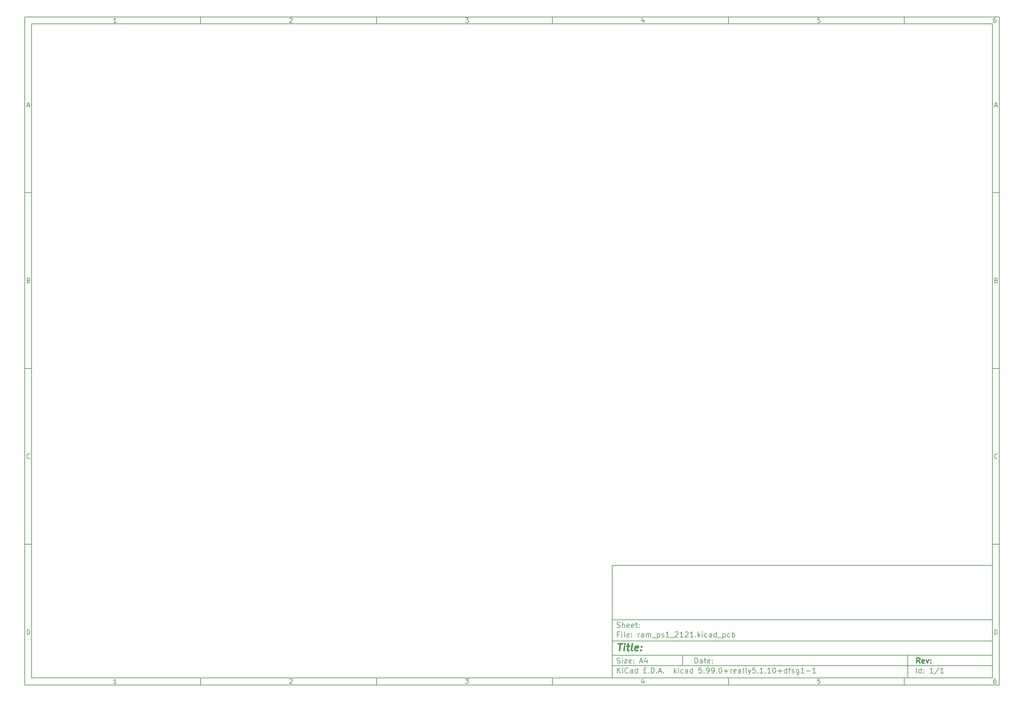
<source format=gbr>
%TF.GenerationSoftware,KiCad,Pcbnew,5.99.0+really5.1.10+dfsg1-1*%
%TF.CreationDate,2022-01-09T16:24:14+01:00*%
%TF.ProjectId,ram_ps1_2121,72616d5f-7073-4315-9f32-3132312e6b69,rev?*%
%TF.SameCoordinates,Original*%
%TF.FileFunction,Other,Comment*%
%FSLAX46Y46*%
G04 Gerber Fmt 4.6, Leading zero omitted, Abs format (unit mm)*
G04 Created by KiCad (PCBNEW 5.99.0+really5.1.10+dfsg1-1) date 2022-01-09 16:24:14*
%MOMM*%
%LPD*%
G01*
G04 APERTURE LIST*
%ADD10C,0.100000*%
%ADD11C,0.150000*%
%ADD12C,0.300000*%
%ADD13C,0.400000*%
G04 APERTURE END LIST*
D10*
D11*
X177002200Y-166007200D02*
X177002200Y-198007200D01*
X285002200Y-198007200D01*
X285002200Y-166007200D01*
X177002200Y-166007200D01*
D10*
D11*
X10000000Y-10000000D02*
X10000000Y-200007200D01*
X287002200Y-200007200D01*
X287002200Y-10000000D01*
X10000000Y-10000000D01*
D10*
D11*
X12000000Y-12000000D02*
X12000000Y-198007200D01*
X285002200Y-198007200D01*
X285002200Y-12000000D01*
X12000000Y-12000000D01*
D10*
D11*
X60000000Y-12000000D02*
X60000000Y-10000000D01*
D10*
D11*
X110000000Y-12000000D02*
X110000000Y-10000000D01*
D10*
D11*
X160000000Y-12000000D02*
X160000000Y-10000000D01*
D10*
D11*
X210000000Y-12000000D02*
X210000000Y-10000000D01*
D10*
D11*
X260000000Y-12000000D02*
X260000000Y-10000000D01*
D10*
D11*
X36065476Y-11588095D02*
X35322619Y-11588095D01*
X35694047Y-11588095D02*
X35694047Y-10288095D01*
X35570238Y-10473809D01*
X35446428Y-10597619D01*
X35322619Y-10659523D01*
D10*
D11*
X85322619Y-10411904D02*
X85384523Y-10350000D01*
X85508333Y-10288095D01*
X85817857Y-10288095D01*
X85941666Y-10350000D01*
X86003571Y-10411904D01*
X86065476Y-10535714D01*
X86065476Y-10659523D01*
X86003571Y-10845238D01*
X85260714Y-11588095D01*
X86065476Y-11588095D01*
D10*
D11*
X135260714Y-10288095D02*
X136065476Y-10288095D01*
X135632142Y-10783333D01*
X135817857Y-10783333D01*
X135941666Y-10845238D01*
X136003571Y-10907142D01*
X136065476Y-11030952D01*
X136065476Y-11340476D01*
X136003571Y-11464285D01*
X135941666Y-11526190D01*
X135817857Y-11588095D01*
X135446428Y-11588095D01*
X135322619Y-11526190D01*
X135260714Y-11464285D01*
D10*
D11*
X185941666Y-10721428D02*
X185941666Y-11588095D01*
X185632142Y-10226190D02*
X185322619Y-11154761D01*
X186127380Y-11154761D01*
D10*
D11*
X236003571Y-10288095D02*
X235384523Y-10288095D01*
X235322619Y-10907142D01*
X235384523Y-10845238D01*
X235508333Y-10783333D01*
X235817857Y-10783333D01*
X235941666Y-10845238D01*
X236003571Y-10907142D01*
X236065476Y-11030952D01*
X236065476Y-11340476D01*
X236003571Y-11464285D01*
X235941666Y-11526190D01*
X235817857Y-11588095D01*
X235508333Y-11588095D01*
X235384523Y-11526190D01*
X235322619Y-11464285D01*
D10*
D11*
X285941666Y-10288095D02*
X285694047Y-10288095D01*
X285570238Y-10350000D01*
X285508333Y-10411904D01*
X285384523Y-10597619D01*
X285322619Y-10845238D01*
X285322619Y-11340476D01*
X285384523Y-11464285D01*
X285446428Y-11526190D01*
X285570238Y-11588095D01*
X285817857Y-11588095D01*
X285941666Y-11526190D01*
X286003571Y-11464285D01*
X286065476Y-11340476D01*
X286065476Y-11030952D01*
X286003571Y-10907142D01*
X285941666Y-10845238D01*
X285817857Y-10783333D01*
X285570238Y-10783333D01*
X285446428Y-10845238D01*
X285384523Y-10907142D01*
X285322619Y-11030952D01*
D10*
D11*
X60000000Y-198007200D02*
X60000000Y-200007200D01*
D10*
D11*
X110000000Y-198007200D02*
X110000000Y-200007200D01*
D10*
D11*
X160000000Y-198007200D02*
X160000000Y-200007200D01*
D10*
D11*
X210000000Y-198007200D02*
X210000000Y-200007200D01*
D10*
D11*
X260000000Y-198007200D02*
X260000000Y-200007200D01*
D10*
D11*
X36065476Y-199595295D02*
X35322619Y-199595295D01*
X35694047Y-199595295D02*
X35694047Y-198295295D01*
X35570238Y-198481009D01*
X35446428Y-198604819D01*
X35322619Y-198666723D01*
D10*
D11*
X85322619Y-198419104D02*
X85384523Y-198357200D01*
X85508333Y-198295295D01*
X85817857Y-198295295D01*
X85941666Y-198357200D01*
X86003571Y-198419104D01*
X86065476Y-198542914D01*
X86065476Y-198666723D01*
X86003571Y-198852438D01*
X85260714Y-199595295D01*
X86065476Y-199595295D01*
D10*
D11*
X135260714Y-198295295D02*
X136065476Y-198295295D01*
X135632142Y-198790533D01*
X135817857Y-198790533D01*
X135941666Y-198852438D01*
X136003571Y-198914342D01*
X136065476Y-199038152D01*
X136065476Y-199347676D01*
X136003571Y-199471485D01*
X135941666Y-199533390D01*
X135817857Y-199595295D01*
X135446428Y-199595295D01*
X135322619Y-199533390D01*
X135260714Y-199471485D01*
D10*
D11*
X185941666Y-198728628D02*
X185941666Y-199595295D01*
X185632142Y-198233390D02*
X185322619Y-199161961D01*
X186127380Y-199161961D01*
D10*
D11*
X236003571Y-198295295D02*
X235384523Y-198295295D01*
X235322619Y-198914342D01*
X235384523Y-198852438D01*
X235508333Y-198790533D01*
X235817857Y-198790533D01*
X235941666Y-198852438D01*
X236003571Y-198914342D01*
X236065476Y-199038152D01*
X236065476Y-199347676D01*
X236003571Y-199471485D01*
X235941666Y-199533390D01*
X235817857Y-199595295D01*
X235508333Y-199595295D01*
X235384523Y-199533390D01*
X235322619Y-199471485D01*
D10*
D11*
X285941666Y-198295295D02*
X285694047Y-198295295D01*
X285570238Y-198357200D01*
X285508333Y-198419104D01*
X285384523Y-198604819D01*
X285322619Y-198852438D01*
X285322619Y-199347676D01*
X285384523Y-199471485D01*
X285446428Y-199533390D01*
X285570238Y-199595295D01*
X285817857Y-199595295D01*
X285941666Y-199533390D01*
X286003571Y-199471485D01*
X286065476Y-199347676D01*
X286065476Y-199038152D01*
X286003571Y-198914342D01*
X285941666Y-198852438D01*
X285817857Y-198790533D01*
X285570238Y-198790533D01*
X285446428Y-198852438D01*
X285384523Y-198914342D01*
X285322619Y-199038152D01*
D10*
D11*
X10000000Y-60000000D02*
X12000000Y-60000000D01*
D10*
D11*
X10000000Y-110000000D02*
X12000000Y-110000000D01*
D10*
D11*
X10000000Y-160000000D02*
X12000000Y-160000000D01*
D10*
D11*
X10690476Y-35216666D02*
X11309523Y-35216666D01*
X10566666Y-35588095D02*
X11000000Y-34288095D01*
X11433333Y-35588095D01*
D10*
D11*
X11092857Y-84907142D02*
X11278571Y-84969047D01*
X11340476Y-85030952D01*
X11402380Y-85154761D01*
X11402380Y-85340476D01*
X11340476Y-85464285D01*
X11278571Y-85526190D01*
X11154761Y-85588095D01*
X10659523Y-85588095D01*
X10659523Y-84288095D01*
X11092857Y-84288095D01*
X11216666Y-84350000D01*
X11278571Y-84411904D01*
X11340476Y-84535714D01*
X11340476Y-84659523D01*
X11278571Y-84783333D01*
X11216666Y-84845238D01*
X11092857Y-84907142D01*
X10659523Y-84907142D01*
D10*
D11*
X11402380Y-135464285D02*
X11340476Y-135526190D01*
X11154761Y-135588095D01*
X11030952Y-135588095D01*
X10845238Y-135526190D01*
X10721428Y-135402380D01*
X10659523Y-135278571D01*
X10597619Y-135030952D01*
X10597619Y-134845238D01*
X10659523Y-134597619D01*
X10721428Y-134473809D01*
X10845238Y-134350000D01*
X11030952Y-134288095D01*
X11154761Y-134288095D01*
X11340476Y-134350000D01*
X11402380Y-134411904D01*
D10*
D11*
X10659523Y-185588095D02*
X10659523Y-184288095D01*
X10969047Y-184288095D01*
X11154761Y-184350000D01*
X11278571Y-184473809D01*
X11340476Y-184597619D01*
X11402380Y-184845238D01*
X11402380Y-185030952D01*
X11340476Y-185278571D01*
X11278571Y-185402380D01*
X11154761Y-185526190D01*
X10969047Y-185588095D01*
X10659523Y-185588095D01*
D10*
D11*
X287002200Y-60000000D02*
X285002200Y-60000000D01*
D10*
D11*
X287002200Y-110000000D02*
X285002200Y-110000000D01*
D10*
D11*
X287002200Y-160000000D02*
X285002200Y-160000000D01*
D10*
D11*
X285692676Y-35216666D02*
X286311723Y-35216666D01*
X285568866Y-35588095D02*
X286002200Y-34288095D01*
X286435533Y-35588095D01*
D10*
D11*
X286095057Y-84907142D02*
X286280771Y-84969047D01*
X286342676Y-85030952D01*
X286404580Y-85154761D01*
X286404580Y-85340476D01*
X286342676Y-85464285D01*
X286280771Y-85526190D01*
X286156961Y-85588095D01*
X285661723Y-85588095D01*
X285661723Y-84288095D01*
X286095057Y-84288095D01*
X286218866Y-84350000D01*
X286280771Y-84411904D01*
X286342676Y-84535714D01*
X286342676Y-84659523D01*
X286280771Y-84783333D01*
X286218866Y-84845238D01*
X286095057Y-84907142D01*
X285661723Y-84907142D01*
D10*
D11*
X286404580Y-135464285D02*
X286342676Y-135526190D01*
X286156961Y-135588095D01*
X286033152Y-135588095D01*
X285847438Y-135526190D01*
X285723628Y-135402380D01*
X285661723Y-135278571D01*
X285599819Y-135030952D01*
X285599819Y-134845238D01*
X285661723Y-134597619D01*
X285723628Y-134473809D01*
X285847438Y-134350000D01*
X286033152Y-134288095D01*
X286156961Y-134288095D01*
X286342676Y-134350000D01*
X286404580Y-134411904D01*
D10*
D11*
X285661723Y-185588095D02*
X285661723Y-184288095D01*
X285971247Y-184288095D01*
X286156961Y-184350000D01*
X286280771Y-184473809D01*
X286342676Y-184597619D01*
X286404580Y-184845238D01*
X286404580Y-185030952D01*
X286342676Y-185278571D01*
X286280771Y-185402380D01*
X286156961Y-185526190D01*
X285971247Y-185588095D01*
X285661723Y-185588095D01*
D10*
D11*
X200434342Y-193785771D02*
X200434342Y-192285771D01*
X200791485Y-192285771D01*
X201005771Y-192357200D01*
X201148628Y-192500057D01*
X201220057Y-192642914D01*
X201291485Y-192928628D01*
X201291485Y-193142914D01*
X201220057Y-193428628D01*
X201148628Y-193571485D01*
X201005771Y-193714342D01*
X200791485Y-193785771D01*
X200434342Y-193785771D01*
X202577200Y-193785771D02*
X202577200Y-193000057D01*
X202505771Y-192857200D01*
X202362914Y-192785771D01*
X202077200Y-192785771D01*
X201934342Y-192857200D01*
X202577200Y-193714342D02*
X202434342Y-193785771D01*
X202077200Y-193785771D01*
X201934342Y-193714342D01*
X201862914Y-193571485D01*
X201862914Y-193428628D01*
X201934342Y-193285771D01*
X202077200Y-193214342D01*
X202434342Y-193214342D01*
X202577200Y-193142914D01*
X203077200Y-192785771D02*
X203648628Y-192785771D01*
X203291485Y-192285771D02*
X203291485Y-193571485D01*
X203362914Y-193714342D01*
X203505771Y-193785771D01*
X203648628Y-193785771D01*
X204720057Y-193714342D02*
X204577200Y-193785771D01*
X204291485Y-193785771D01*
X204148628Y-193714342D01*
X204077200Y-193571485D01*
X204077200Y-193000057D01*
X204148628Y-192857200D01*
X204291485Y-192785771D01*
X204577200Y-192785771D01*
X204720057Y-192857200D01*
X204791485Y-193000057D01*
X204791485Y-193142914D01*
X204077200Y-193285771D01*
X205434342Y-193642914D02*
X205505771Y-193714342D01*
X205434342Y-193785771D01*
X205362914Y-193714342D01*
X205434342Y-193642914D01*
X205434342Y-193785771D01*
X205434342Y-192857200D02*
X205505771Y-192928628D01*
X205434342Y-193000057D01*
X205362914Y-192928628D01*
X205434342Y-192857200D01*
X205434342Y-193000057D01*
D10*
D11*
X177002200Y-194507200D02*
X285002200Y-194507200D01*
D10*
D11*
X178434342Y-196585771D02*
X178434342Y-195085771D01*
X179291485Y-196585771D02*
X178648628Y-195728628D01*
X179291485Y-195085771D02*
X178434342Y-195942914D01*
X179934342Y-196585771D02*
X179934342Y-195585771D01*
X179934342Y-195085771D02*
X179862914Y-195157200D01*
X179934342Y-195228628D01*
X180005771Y-195157200D01*
X179934342Y-195085771D01*
X179934342Y-195228628D01*
X181505771Y-196442914D02*
X181434342Y-196514342D01*
X181220057Y-196585771D01*
X181077200Y-196585771D01*
X180862914Y-196514342D01*
X180720057Y-196371485D01*
X180648628Y-196228628D01*
X180577200Y-195942914D01*
X180577200Y-195728628D01*
X180648628Y-195442914D01*
X180720057Y-195300057D01*
X180862914Y-195157200D01*
X181077200Y-195085771D01*
X181220057Y-195085771D01*
X181434342Y-195157200D01*
X181505771Y-195228628D01*
X182791485Y-196585771D02*
X182791485Y-195800057D01*
X182720057Y-195657200D01*
X182577200Y-195585771D01*
X182291485Y-195585771D01*
X182148628Y-195657200D01*
X182791485Y-196514342D02*
X182648628Y-196585771D01*
X182291485Y-196585771D01*
X182148628Y-196514342D01*
X182077200Y-196371485D01*
X182077200Y-196228628D01*
X182148628Y-196085771D01*
X182291485Y-196014342D01*
X182648628Y-196014342D01*
X182791485Y-195942914D01*
X184148628Y-196585771D02*
X184148628Y-195085771D01*
X184148628Y-196514342D02*
X184005771Y-196585771D01*
X183720057Y-196585771D01*
X183577200Y-196514342D01*
X183505771Y-196442914D01*
X183434342Y-196300057D01*
X183434342Y-195871485D01*
X183505771Y-195728628D01*
X183577200Y-195657200D01*
X183720057Y-195585771D01*
X184005771Y-195585771D01*
X184148628Y-195657200D01*
X186005771Y-195800057D02*
X186505771Y-195800057D01*
X186720057Y-196585771D02*
X186005771Y-196585771D01*
X186005771Y-195085771D01*
X186720057Y-195085771D01*
X187362914Y-196442914D02*
X187434342Y-196514342D01*
X187362914Y-196585771D01*
X187291485Y-196514342D01*
X187362914Y-196442914D01*
X187362914Y-196585771D01*
X188077200Y-196585771D02*
X188077200Y-195085771D01*
X188434342Y-195085771D01*
X188648628Y-195157200D01*
X188791485Y-195300057D01*
X188862914Y-195442914D01*
X188934342Y-195728628D01*
X188934342Y-195942914D01*
X188862914Y-196228628D01*
X188791485Y-196371485D01*
X188648628Y-196514342D01*
X188434342Y-196585771D01*
X188077200Y-196585771D01*
X189577200Y-196442914D02*
X189648628Y-196514342D01*
X189577200Y-196585771D01*
X189505771Y-196514342D01*
X189577200Y-196442914D01*
X189577200Y-196585771D01*
X190220057Y-196157200D02*
X190934342Y-196157200D01*
X190077200Y-196585771D02*
X190577200Y-195085771D01*
X191077200Y-196585771D01*
X191577200Y-196442914D02*
X191648628Y-196514342D01*
X191577200Y-196585771D01*
X191505771Y-196514342D01*
X191577200Y-196442914D01*
X191577200Y-196585771D01*
X194577200Y-196585771D02*
X194577200Y-195085771D01*
X194720057Y-196014342D02*
X195148628Y-196585771D01*
X195148628Y-195585771D02*
X194577200Y-196157200D01*
X195791485Y-196585771D02*
X195791485Y-195585771D01*
X195791485Y-195085771D02*
X195720057Y-195157200D01*
X195791485Y-195228628D01*
X195862914Y-195157200D01*
X195791485Y-195085771D01*
X195791485Y-195228628D01*
X197148628Y-196514342D02*
X197005771Y-196585771D01*
X196720057Y-196585771D01*
X196577200Y-196514342D01*
X196505771Y-196442914D01*
X196434342Y-196300057D01*
X196434342Y-195871485D01*
X196505771Y-195728628D01*
X196577200Y-195657200D01*
X196720057Y-195585771D01*
X197005771Y-195585771D01*
X197148628Y-195657200D01*
X198434342Y-196585771D02*
X198434342Y-195800057D01*
X198362914Y-195657200D01*
X198220057Y-195585771D01*
X197934342Y-195585771D01*
X197791485Y-195657200D01*
X198434342Y-196514342D02*
X198291485Y-196585771D01*
X197934342Y-196585771D01*
X197791485Y-196514342D01*
X197720057Y-196371485D01*
X197720057Y-196228628D01*
X197791485Y-196085771D01*
X197934342Y-196014342D01*
X198291485Y-196014342D01*
X198434342Y-195942914D01*
X199791485Y-196585771D02*
X199791485Y-195085771D01*
X199791485Y-196514342D02*
X199648628Y-196585771D01*
X199362914Y-196585771D01*
X199220057Y-196514342D01*
X199148628Y-196442914D01*
X199077200Y-196300057D01*
X199077200Y-195871485D01*
X199148628Y-195728628D01*
X199220057Y-195657200D01*
X199362914Y-195585771D01*
X199648628Y-195585771D01*
X199791485Y-195657200D01*
X202362914Y-195085771D02*
X201648628Y-195085771D01*
X201577200Y-195800057D01*
X201648628Y-195728628D01*
X201791485Y-195657200D01*
X202148628Y-195657200D01*
X202291485Y-195728628D01*
X202362914Y-195800057D01*
X202434342Y-195942914D01*
X202434342Y-196300057D01*
X202362914Y-196442914D01*
X202291485Y-196514342D01*
X202148628Y-196585771D01*
X201791485Y-196585771D01*
X201648628Y-196514342D01*
X201577200Y-196442914D01*
X203077200Y-196442914D02*
X203148628Y-196514342D01*
X203077200Y-196585771D01*
X203005771Y-196514342D01*
X203077200Y-196442914D01*
X203077200Y-196585771D01*
X203862914Y-196585771D02*
X204148628Y-196585771D01*
X204291485Y-196514342D01*
X204362914Y-196442914D01*
X204505771Y-196228628D01*
X204577200Y-195942914D01*
X204577200Y-195371485D01*
X204505771Y-195228628D01*
X204434342Y-195157200D01*
X204291485Y-195085771D01*
X204005771Y-195085771D01*
X203862914Y-195157200D01*
X203791485Y-195228628D01*
X203720057Y-195371485D01*
X203720057Y-195728628D01*
X203791485Y-195871485D01*
X203862914Y-195942914D01*
X204005771Y-196014342D01*
X204291485Y-196014342D01*
X204434342Y-195942914D01*
X204505771Y-195871485D01*
X204577200Y-195728628D01*
X205291485Y-196585771D02*
X205577200Y-196585771D01*
X205720057Y-196514342D01*
X205791485Y-196442914D01*
X205934342Y-196228628D01*
X206005771Y-195942914D01*
X206005771Y-195371485D01*
X205934342Y-195228628D01*
X205862914Y-195157200D01*
X205720057Y-195085771D01*
X205434342Y-195085771D01*
X205291485Y-195157200D01*
X205220057Y-195228628D01*
X205148628Y-195371485D01*
X205148628Y-195728628D01*
X205220057Y-195871485D01*
X205291485Y-195942914D01*
X205434342Y-196014342D01*
X205720057Y-196014342D01*
X205862914Y-195942914D01*
X205934342Y-195871485D01*
X206005771Y-195728628D01*
X206648628Y-196442914D02*
X206720057Y-196514342D01*
X206648628Y-196585771D01*
X206577200Y-196514342D01*
X206648628Y-196442914D01*
X206648628Y-196585771D01*
X207648628Y-195085771D02*
X207791485Y-195085771D01*
X207934342Y-195157200D01*
X208005771Y-195228628D01*
X208077200Y-195371485D01*
X208148628Y-195657200D01*
X208148628Y-196014342D01*
X208077200Y-196300057D01*
X208005771Y-196442914D01*
X207934342Y-196514342D01*
X207791485Y-196585771D01*
X207648628Y-196585771D01*
X207505771Y-196514342D01*
X207434342Y-196442914D01*
X207362914Y-196300057D01*
X207291485Y-196014342D01*
X207291485Y-195657200D01*
X207362914Y-195371485D01*
X207434342Y-195228628D01*
X207505771Y-195157200D01*
X207648628Y-195085771D01*
X208791485Y-196014342D02*
X209934342Y-196014342D01*
X209362914Y-196585771D02*
X209362914Y-195442914D01*
X210648628Y-196585771D02*
X210648628Y-195585771D01*
X210648628Y-195871485D02*
X210720057Y-195728628D01*
X210791485Y-195657200D01*
X210934342Y-195585771D01*
X211077200Y-195585771D01*
X212148628Y-196514342D02*
X212005771Y-196585771D01*
X211720057Y-196585771D01*
X211577200Y-196514342D01*
X211505771Y-196371485D01*
X211505771Y-195800057D01*
X211577200Y-195657200D01*
X211720057Y-195585771D01*
X212005771Y-195585771D01*
X212148628Y-195657200D01*
X212220057Y-195800057D01*
X212220057Y-195942914D01*
X211505771Y-196085771D01*
X213505771Y-196585771D02*
X213505771Y-195800057D01*
X213434342Y-195657200D01*
X213291485Y-195585771D01*
X213005771Y-195585771D01*
X212862914Y-195657200D01*
X213505771Y-196514342D02*
X213362914Y-196585771D01*
X213005771Y-196585771D01*
X212862914Y-196514342D01*
X212791485Y-196371485D01*
X212791485Y-196228628D01*
X212862914Y-196085771D01*
X213005771Y-196014342D01*
X213362914Y-196014342D01*
X213505771Y-195942914D01*
X214434342Y-196585771D02*
X214291485Y-196514342D01*
X214220057Y-196371485D01*
X214220057Y-195085771D01*
X215220057Y-196585771D02*
X215077200Y-196514342D01*
X215005771Y-196371485D01*
X215005771Y-195085771D01*
X215648628Y-195585771D02*
X216005771Y-196585771D01*
X216362914Y-195585771D02*
X216005771Y-196585771D01*
X215862914Y-196942914D01*
X215791485Y-197014342D01*
X215648628Y-197085771D01*
X217648628Y-195085771D02*
X216934342Y-195085771D01*
X216862914Y-195800057D01*
X216934342Y-195728628D01*
X217077200Y-195657200D01*
X217434342Y-195657200D01*
X217577200Y-195728628D01*
X217648628Y-195800057D01*
X217720057Y-195942914D01*
X217720057Y-196300057D01*
X217648628Y-196442914D01*
X217577200Y-196514342D01*
X217434342Y-196585771D01*
X217077200Y-196585771D01*
X216934342Y-196514342D01*
X216862914Y-196442914D01*
X218362914Y-196442914D02*
X218434342Y-196514342D01*
X218362914Y-196585771D01*
X218291485Y-196514342D01*
X218362914Y-196442914D01*
X218362914Y-196585771D01*
X219862914Y-196585771D02*
X219005771Y-196585771D01*
X219434342Y-196585771D02*
X219434342Y-195085771D01*
X219291485Y-195300057D01*
X219148628Y-195442914D01*
X219005771Y-195514342D01*
X220505771Y-196442914D02*
X220577200Y-196514342D01*
X220505771Y-196585771D01*
X220434342Y-196514342D01*
X220505771Y-196442914D01*
X220505771Y-196585771D01*
X222005771Y-196585771D02*
X221148628Y-196585771D01*
X221577200Y-196585771D02*
X221577200Y-195085771D01*
X221434342Y-195300057D01*
X221291485Y-195442914D01*
X221148628Y-195514342D01*
X222934342Y-195085771D02*
X223077200Y-195085771D01*
X223220057Y-195157200D01*
X223291485Y-195228628D01*
X223362914Y-195371485D01*
X223434342Y-195657200D01*
X223434342Y-196014342D01*
X223362914Y-196300057D01*
X223291485Y-196442914D01*
X223220057Y-196514342D01*
X223077200Y-196585771D01*
X222934342Y-196585771D01*
X222791485Y-196514342D01*
X222720057Y-196442914D01*
X222648628Y-196300057D01*
X222577200Y-196014342D01*
X222577200Y-195657200D01*
X222648628Y-195371485D01*
X222720057Y-195228628D01*
X222791485Y-195157200D01*
X222934342Y-195085771D01*
X224077200Y-196014342D02*
X225220057Y-196014342D01*
X224648628Y-196585771D02*
X224648628Y-195442914D01*
X226577200Y-196585771D02*
X226577200Y-195085771D01*
X226577200Y-196514342D02*
X226434342Y-196585771D01*
X226148628Y-196585771D01*
X226005771Y-196514342D01*
X225934342Y-196442914D01*
X225862914Y-196300057D01*
X225862914Y-195871485D01*
X225934342Y-195728628D01*
X226005771Y-195657200D01*
X226148628Y-195585771D01*
X226434342Y-195585771D01*
X226577200Y-195657200D01*
X227077200Y-195585771D02*
X227648628Y-195585771D01*
X227291485Y-196585771D02*
X227291485Y-195300057D01*
X227362914Y-195157200D01*
X227505771Y-195085771D01*
X227648628Y-195085771D01*
X228077200Y-196514342D02*
X228220057Y-196585771D01*
X228505771Y-196585771D01*
X228648628Y-196514342D01*
X228720057Y-196371485D01*
X228720057Y-196300057D01*
X228648628Y-196157200D01*
X228505771Y-196085771D01*
X228291485Y-196085771D01*
X228148628Y-196014342D01*
X228077200Y-195871485D01*
X228077200Y-195800057D01*
X228148628Y-195657200D01*
X228291485Y-195585771D01*
X228505771Y-195585771D01*
X228648628Y-195657200D01*
X230005771Y-195585771D02*
X230005771Y-196800057D01*
X229934342Y-196942914D01*
X229862914Y-197014342D01*
X229720057Y-197085771D01*
X229505771Y-197085771D01*
X229362914Y-197014342D01*
X230005771Y-196514342D02*
X229862914Y-196585771D01*
X229577200Y-196585771D01*
X229434342Y-196514342D01*
X229362914Y-196442914D01*
X229291485Y-196300057D01*
X229291485Y-195871485D01*
X229362914Y-195728628D01*
X229434342Y-195657200D01*
X229577200Y-195585771D01*
X229862914Y-195585771D01*
X230005771Y-195657200D01*
X231505771Y-196585771D02*
X230648628Y-196585771D01*
X231077200Y-196585771D02*
X231077200Y-195085771D01*
X230934342Y-195300057D01*
X230791485Y-195442914D01*
X230648628Y-195514342D01*
X232148628Y-196014342D02*
X233291485Y-196014342D01*
X234791485Y-196585771D02*
X233934342Y-196585771D01*
X234362914Y-196585771D02*
X234362914Y-195085771D01*
X234220057Y-195300057D01*
X234077200Y-195442914D01*
X233934342Y-195514342D01*
D10*
D11*
X177002200Y-191507200D02*
X285002200Y-191507200D01*
D10*
D12*
X264411485Y-193785771D02*
X263911485Y-193071485D01*
X263554342Y-193785771D02*
X263554342Y-192285771D01*
X264125771Y-192285771D01*
X264268628Y-192357200D01*
X264340057Y-192428628D01*
X264411485Y-192571485D01*
X264411485Y-192785771D01*
X264340057Y-192928628D01*
X264268628Y-193000057D01*
X264125771Y-193071485D01*
X263554342Y-193071485D01*
X265625771Y-193714342D02*
X265482914Y-193785771D01*
X265197200Y-193785771D01*
X265054342Y-193714342D01*
X264982914Y-193571485D01*
X264982914Y-193000057D01*
X265054342Y-192857200D01*
X265197200Y-192785771D01*
X265482914Y-192785771D01*
X265625771Y-192857200D01*
X265697200Y-193000057D01*
X265697200Y-193142914D01*
X264982914Y-193285771D01*
X266197200Y-192785771D02*
X266554342Y-193785771D01*
X266911485Y-192785771D01*
X267482914Y-193642914D02*
X267554342Y-193714342D01*
X267482914Y-193785771D01*
X267411485Y-193714342D01*
X267482914Y-193642914D01*
X267482914Y-193785771D01*
X267482914Y-192857200D02*
X267554342Y-192928628D01*
X267482914Y-193000057D01*
X267411485Y-192928628D01*
X267482914Y-192857200D01*
X267482914Y-193000057D01*
D10*
D11*
X178362914Y-193714342D02*
X178577200Y-193785771D01*
X178934342Y-193785771D01*
X179077200Y-193714342D01*
X179148628Y-193642914D01*
X179220057Y-193500057D01*
X179220057Y-193357200D01*
X179148628Y-193214342D01*
X179077200Y-193142914D01*
X178934342Y-193071485D01*
X178648628Y-193000057D01*
X178505771Y-192928628D01*
X178434342Y-192857200D01*
X178362914Y-192714342D01*
X178362914Y-192571485D01*
X178434342Y-192428628D01*
X178505771Y-192357200D01*
X178648628Y-192285771D01*
X179005771Y-192285771D01*
X179220057Y-192357200D01*
X179862914Y-193785771D02*
X179862914Y-192785771D01*
X179862914Y-192285771D02*
X179791485Y-192357200D01*
X179862914Y-192428628D01*
X179934342Y-192357200D01*
X179862914Y-192285771D01*
X179862914Y-192428628D01*
X180434342Y-192785771D02*
X181220057Y-192785771D01*
X180434342Y-193785771D01*
X181220057Y-193785771D01*
X182362914Y-193714342D02*
X182220057Y-193785771D01*
X181934342Y-193785771D01*
X181791485Y-193714342D01*
X181720057Y-193571485D01*
X181720057Y-193000057D01*
X181791485Y-192857200D01*
X181934342Y-192785771D01*
X182220057Y-192785771D01*
X182362914Y-192857200D01*
X182434342Y-193000057D01*
X182434342Y-193142914D01*
X181720057Y-193285771D01*
X183077200Y-193642914D02*
X183148628Y-193714342D01*
X183077200Y-193785771D01*
X183005771Y-193714342D01*
X183077200Y-193642914D01*
X183077200Y-193785771D01*
X183077200Y-192857200D02*
X183148628Y-192928628D01*
X183077200Y-193000057D01*
X183005771Y-192928628D01*
X183077200Y-192857200D01*
X183077200Y-193000057D01*
X184862914Y-193357200D02*
X185577200Y-193357200D01*
X184720057Y-193785771D02*
X185220057Y-192285771D01*
X185720057Y-193785771D01*
X186862914Y-192785771D02*
X186862914Y-193785771D01*
X186505771Y-192214342D02*
X186148628Y-193285771D01*
X187077200Y-193285771D01*
D10*
D11*
X263434342Y-196585771D02*
X263434342Y-195085771D01*
X264791485Y-196585771D02*
X264791485Y-195085771D01*
X264791485Y-196514342D02*
X264648628Y-196585771D01*
X264362914Y-196585771D01*
X264220057Y-196514342D01*
X264148628Y-196442914D01*
X264077200Y-196300057D01*
X264077200Y-195871485D01*
X264148628Y-195728628D01*
X264220057Y-195657200D01*
X264362914Y-195585771D01*
X264648628Y-195585771D01*
X264791485Y-195657200D01*
X265505771Y-196442914D02*
X265577200Y-196514342D01*
X265505771Y-196585771D01*
X265434342Y-196514342D01*
X265505771Y-196442914D01*
X265505771Y-196585771D01*
X265505771Y-195657200D02*
X265577200Y-195728628D01*
X265505771Y-195800057D01*
X265434342Y-195728628D01*
X265505771Y-195657200D01*
X265505771Y-195800057D01*
X268148628Y-196585771D02*
X267291485Y-196585771D01*
X267720057Y-196585771D02*
X267720057Y-195085771D01*
X267577200Y-195300057D01*
X267434342Y-195442914D01*
X267291485Y-195514342D01*
X269862914Y-195014342D02*
X268577200Y-196942914D01*
X271148628Y-196585771D02*
X270291485Y-196585771D01*
X270720057Y-196585771D02*
X270720057Y-195085771D01*
X270577200Y-195300057D01*
X270434342Y-195442914D01*
X270291485Y-195514342D01*
D10*
D11*
X177002200Y-187507200D02*
X285002200Y-187507200D01*
D10*
D13*
X178714580Y-188211961D02*
X179857438Y-188211961D01*
X179036009Y-190211961D02*
X179286009Y-188211961D01*
X180274104Y-190211961D02*
X180440771Y-188878628D01*
X180524104Y-188211961D02*
X180416961Y-188307200D01*
X180500295Y-188402438D01*
X180607438Y-188307200D01*
X180524104Y-188211961D01*
X180500295Y-188402438D01*
X181107438Y-188878628D02*
X181869342Y-188878628D01*
X181476485Y-188211961D02*
X181262200Y-189926247D01*
X181333628Y-190116723D01*
X181512200Y-190211961D01*
X181702676Y-190211961D01*
X182655057Y-190211961D02*
X182476485Y-190116723D01*
X182405057Y-189926247D01*
X182619342Y-188211961D01*
X184190771Y-190116723D02*
X183988390Y-190211961D01*
X183607438Y-190211961D01*
X183428866Y-190116723D01*
X183357438Y-189926247D01*
X183452676Y-189164342D01*
X183571723Y-188973866D01*
X183774104Y-188878628D01*
X184155057Y-188878628D01*
X184333628Y-188973866D01*
X184405057Y-189164342D01*
X184381247Y-189354819D01*
X183405057Y-189545295D01*
X185155057Y-190021485D02*
X185238390Y-190116723D01*
X185131247Y-190211961D01*
X185047914Y-190116723D01*
X185155057Y-190021485D01*
X185131247Y-190211961D01*
X185286009Y-188973866D02*
X185369342Y-189069104D01*
X185262200Y-189164342D01*
X185178866Y-189069104D01*
X185286009Y-188973866D01*
X185262200Y-189164342D01*
D10*
D11*
X178934342Y-185600057D02*
X178434342Y-185600057D01*
X178434342Y-186385771D02*
X178434342Y-184885771D01*
X179148628Y-184885771D01*
X179720057Y-186385771D02*
X179720057Y-185385771D01*
X179720057Y-184885771D02*
X179648628Y-184957200D01*
X179720057Y-185028628D01*
X179791485Y-184957200D01*
X179720057Y-184885771D01*
X179720057Y-185028628D01*
X180648628Y-186385771D02*
X180505771Y-186314342D01*
X180434342Y-186171485D01*
X180434342Y-184885771D01*
X181791485Y-186314342D02*
X181648628Y-186385771D01*
X181362914Y-186385771D01*
X181220057Y-186314342D01*
X181148628Y-186171485D01*
X181148628Y-185600057D01*
X181220057Y-185457200D01*
X181362914Y-185385771D01*
X181648628Y-185385771D01*
X181791485Y-185457200D01*
X181862914Y-185600057D01*
X181862914Y-185742914D01*
X181148628Y-185885771D01*
X182505771Y-186242914D02*
X182577200Y-186314342D01*
X182505771Y-186385771D01*
X182434342Y-186314342D01*
X182505771Y-186242914D01*
X182505771Y-186385771D01*
X182505771Y-185457200D02*
X182577200Y-185528628D01*
X182505771Y-185600057D01*
X182434342Y-185528628D01*
X182505771Y-185457200D01*
X182505771Y-185600057D01*
X184362914Y-186385771D02*
X184362914Y-185385771D01*
X184362914Y-185671485D02*
X184434342Y-185528628D01*
X184505771Y-185457200D01*
X184648628Y-185385771D01*
X184791485Y-185385771D01*
X185934342Y-186385771D02*
X185934342Y-185600057D01*
X185862914Y-185457200D01*
X185720057Y-185385771D01*
X185434342Y-185385771D01*
X185291485Y-185457200D01*
X185934342Y-186314342D02*
X185791485Y-186385771D01*
X185434342Y-186385771D01*
X185291485Y-186314342D01*
X185220057Y-186171485D01*
X185220057Y-186028628D01*
X185291485Y-185885771D01*
X185434342Y-185814342D01*
X185791485Y-185814342D01*
X185934342Y-185742914D01*
X186648628Y-186385771D02*
X186648628Y-185385771D01*
X186648628Y-185528628D02*
X186720057Y-185457200D01*
X186862914Y-185385771D01*
X187077200Y-185385771D01*
X187220057Y-185457200D01*
X187291485Y-185600057D01*
X187291485Y-186385771D01*
X187291485Y-185600057D02*
X187362914Y-185457200D01*
X187505771Y-185385771D01*
X187720057Y-185385771D01*
X187862914Y-185457200D01*
X187934342Y-185600057D01*
X187934342Y-186385771D01*
X188291485Y-186528628D02*
X189434342Y-186528628D01*
X189791485Y-185385771D02*
X189791485Y-186885771D01*
X189791485Y-185457200D02*
X189934342Y-185385771D01*
X190220057Y-185385771D01*
X190362914Y-185457200D01*
X190434342Y-185528628D01*
X190505771Y-185671485D01*
X190505771Y-186100057D01*
X190434342Y-186242914D01*
X190362914Y-186314342D01*
X190220057Y-186385771D01*
X189934342Y-186385771D01*
X189791485Y-186314342D01*
X191077200Y-186314342D02*
X191220057Y-186385771D01*
X191505771Y-186385771D01*
X191648628Y-186314342D01*
X191720057Y-186171485D01*
X191720057Y-186100057D01*
X191648628Y-185957200D01*
X191505771Y-185885771D01*
X191291485Y-185885771D01*
X191148628Y-185814342D01*
X191077200Y-185671485D01*
X191077200Y-185600057D01*
X191148628Y-185457200D01*
X191291485Y-185385771D01*
X191505771Y-185385771D01*
X191648628Y-185457200D01*
X193148628Y-186385771D02*
X192291485Y-186385771D01*
X192720057Y-186385771D02*
X192720057Y-184885771D01*
X192577200Y-185100057D01*
X192434342Y-185242914D01*
X192291485Y-185314342D01*
X193434342Y-186528628D02*
X194577200Y-186528628D01*
X194862914Y-185028628D02*
X194934342Y-184957200D01*
X195077200Y-184885771D01*
X195434342Y-184885771D01*
X195577200Y-184957200D01*
X195648628Y-185028628D01*
X195720057Y-185171485D01*
X195720057Y-185314342D01*
X195648628Y-185528628D01*
X194791485Y-186385771D01*
X195720057Y-186385771D01*
X197148628Y-186385771D02*
X196291485Y-186385771D01*
X196720057Y-186385771D02*
X196720057Y-184885771D01*
X196577200Y-185100057D01*
X196434342Y-185242914D01*
X196291485Y-185314342D01*
X197720057Y-185028628D02*
X197791485Y-184957200D01*
X197934342Y-184885771D01*
X198291485Y-184885771D01*
X198434342Y-184957200D01*
X198505771Y-185028628D01*
X198577200Y-185171485D01*
X198577200Y-185314342D01*
X198505771Y-185528628D01*
X197648628Y-186385771D01*
X198577200Y-186385771D01*
X200005771Y-186385771D02*
X199148628Y-186385771D01*
X199577200Y-186385771D02*
X199577200Y-184885771D01*
X199434342Y-185100057D01*
X199291485Y-185242914D01*
X199148628Y-185314342D01*
X200648628Y-186242914D02*
X200720057Y-186314342D01*
X200648628Y-186385771D01*
X200577200Y-186314342D01*
X200648628Y-186242914D01*
X200648628Y-186385771D01*
X201362914Y-186385771D02*
X201362914Y-184885771D01*
X201505771Y-185814342D02*
X201934342Y-186385771D01*
X201934342Y-185385771D02*
X201362914Y-185957200D01*
X202577200Y-186385771D02*
X202577200Y-185385771D01*
X202577200Y-184885771D02*
X202505771Y-184957200D01*
X202577200Y-185028628D01*
X202648628Y-184957200D01*
X202577200Y-184885771D01*
X202577200Y-185028628D01*
X203934342Y-186314342D02*
X203791485Y-186385771D01*
X203505771Y-186385771D01*
X203362914Y-186314342D01*
X203291485Y-186242914D01*
X203220057Y-186100057D01*
X203220057Y-185671485D01*
X203291485Y-185528628D01*
X203362914Y-185457200D01*
X203505771Y-185385771D01*
X203791485Y-185385771D01*
X203934342Y-185457200D01*
X205220057Y-186385771D02*
X205220057Y-185600057D01*
X205148628Y-185457200D01*
X205005771Y-185385771D01*
X204720057Y-185385771D01*
X204577200Y-185457200D01*
X205220057Y-186314342D02*
X205077200Y-186385771D01*
X204720057Y-186385771D01*
X204577200Y-186314342D01*
X204505771Y-186171485D01*
X204505771Y-186028628D01*
X204577200Y-185885771D01*
X204720057Y-185814342D01*
X205077200Y-185814342D01*
X205220057Y-185742914D01*
X206577200Y-186385771D02*
X206577200Y-184885771D01*
X206577200Y-186314342D02*
X206434342Y-186385771D01*
X206148628Y-186385771D01*
X206005771Y-186314342D01*
X205934342Y-186242914D01*
X205862914Y-186100057D01*
X205862914Y-185671485D01*
X205934342Y-185528628D01*
X206005771Y-185457200D01*
X206148628Y-185385771D01*
X206434342Y-185385771D01*
X206577200Y-185457200D01*
X206934342Y-186528628D02*
X208077200Y-186528628D01*
X208434342Y-185385771D02*
X208434342Y-186885771D01*
X208434342Y-185457200D02*
X208577200Y-185385771D01*
X208862914Y-185385771D01*
X209005771Y-185457200D01*
X209077200Y-185528628D01*
X209148628Y-185671485D01*
X209148628Y-186100057D01*
X209077200Y-186242914D01*
X209005771Y-186314342D01*
X208862914Y-186385771D01*
X208577200Y-186385771D01*
X208434342Y-186314342D01*
X210434342Y-186314342D02*
X210291485Y-186385771D01*
X210005771Y-186385771D01*
X209862914Y-186314342D01*
X209791485Y-186242914D01*
X209720057Y-186100057D01*
X209720057Y-185671485D01*
X209791485Y-185528628D01*
X209862914Y-185457200D01*
X210005771Y-185385771D01*
X210291485Y-185385771D01*
X210434342Y-185457200D01*
X211077200Y-186385771D02*
X211077200Y-184885771D01*
X211077200Y-185457200D02*
X211220057Y-185385771D01*
X211505771Y-185385771D01*
X211648628Y-185457200D01*
X211720057Y-185528628D01*
X211791485Y-185671485D01*
X211791485Y-186100057D01*
X211720057Y-186242914D01*
X211648628Y-186314342D01*
X211505771Y-186385771D01*
X211220057Y-186385771D01*
X211077200Y-186314342D01*
D10*
D11*
X177002200Y-181507200D02*
X285002200Y-181507200D01*
D10*
D11*
X178362914Y-183614342D02*
X178577200Y-183685771D01*
X178934342Y-183685771D01*
X179077200Y-183614342D01*
X179148628Y-183542914D01*
X179220057Y-183400057D01*
X179220057Y-183257200D01*
X179148628Y-183114342D01*
X179077200Y-183042914D01*
X178934342Y-182971485D01*
X178648628Y-182900057D01*
X178505771Y-182828628D01*
X178434342Y-182757200D01*
X178362914Y-182614342D01*
X178362914Y-182471485D01*
X178434342Y-182328628D01*
X178505771Y-182257200D01*
X178648628Y-182185771D01*
X179005771Y-182185771D01*
X179220057Y-182257200D01*
X179862914Y-183685771D02*
X179862914Y-182185771D01*
X180505771Y-183685771D02*
X180505771Y-182900057D01*
X180434342Y-182757200D01*
X180291485Y-182685771D01*
X180077200Y-182685771D01*
X179934342Y-182757200D01*
X179862914Y-182828628D01*
X181791485Y-183614342D02*
X181648628Y-183685771D01*
X181362914Y-183685771D01*
X181220057Y-183614342D01*
X181148628Y-183471485D01*
X181148628Y-182900057D01*
X181220057Y-182757200D01*
X181362914Y-182685771D01*
X181648628Y-182685771D01*
X181791485Y-182757200D01*
X181862914Y-182900057D01*
X181862914Y-183042914D01*
X181148628Y-183185771D01*
X183077200Y-183614342D02*
X182934342Y-183685771D01*
X182648628Y-183685771D01*
X182505771Y-183614342D01*
X182434342Y-183471485D01*
X182434342Y-182900057D01*
X182505771Y-182757200D01*
X182648628Y-182685771D01*
X182934342Y-182685771D01*
X183077200Y-182757200D01*
X183148628Y-182900057D01*
X183148628Y-183042914D01*
X182434342Y-183185771D01*
X183577200Y-182685771D02*
X184148628Y-182685771D01*
X183791485Y-182185771D02*
X183791485Y-183471485D01*
X183862914Y-183614342D01*
X184005771Y-183685771D01*
X184148628Y-183685771D01*
X184648628Y-183542914D02*
X184720057Y-183614342D01*
X184648628Y-183685771D01*
X184577200Y-183614342D01*
X184648628Y-183542914D01*
X184648628Y-183685771D01*
X184648628Y-182757200D02*
X184720057Y-182828628D01*
X184648628Y-182900057D01*
X184577200Y-182828628D01*
X184648628Y-182757200D01*
X184648628Y-182900057D01*
D10*
D11*
X197002200Y-191507200D02*
X197002200Y-194507200D01*
D10*
D11*
X261002200Y-191507200D02*
X261002200Y-198007200D01*
M02*

</source>
